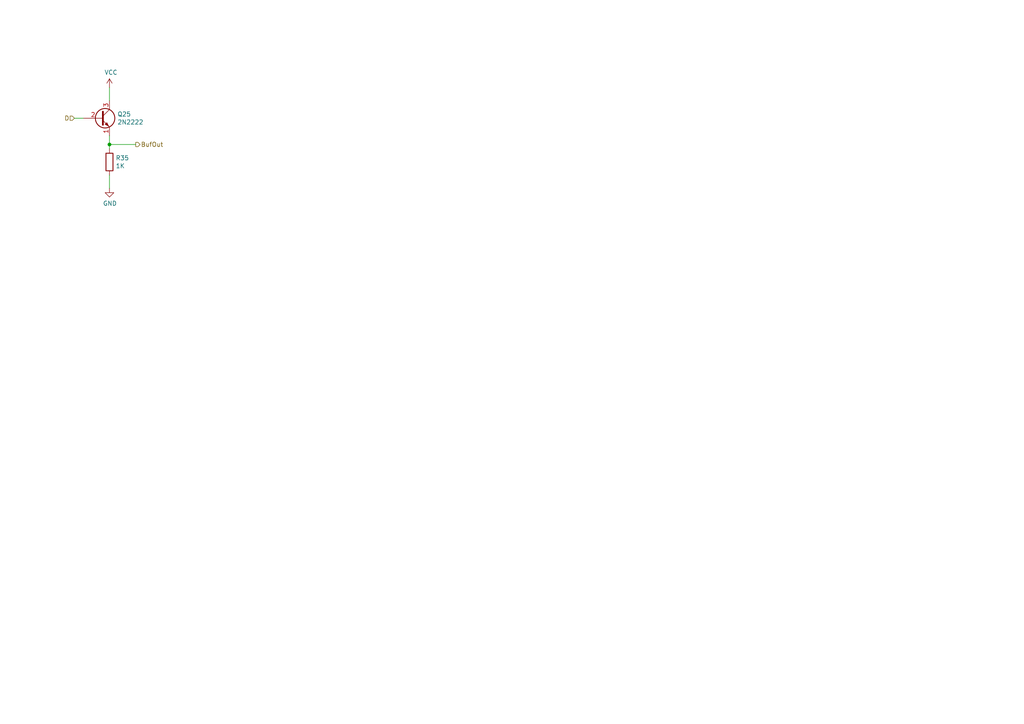
<source format=kicad_sch>
(kicad_sch (version 20230121) (generator eeschema)
  (paper "A4")
  (lib_symbols
    (symbol "2n2222:2N2222" (pin_names (offset 0) hide)
      (property "Reference" "Q" (at 5.08 1.905 0))
      (property "Value" "2N2222" (at 5.08 0 0))
      (symbol "2N2222_0_1"
        (polyline (pts (xy 0.635 0.635) (xy 2.54 2.54)))
        (polyline (pts (xy 0.635 -0.635) (xy 2.54 -2.54) (xy 2.54 -2.54)))
        (polyline (pts (xy 0.635 1.905) (xy 0.635 -1.905) (xy 0.635 -1.905)) (stroke (width 0.508)))
        (polyline (pts (xy 1.27 -1.778) (xy 1.778 -1.27) (xy 2.286 -2.286) (xy 1.27 -1.778) (xy 1.27 -1.778)) (fill (type outline)))
        (circle (center 1.27 0) (radius 2.8194) (stroke (width 0.254)))
      )
      (symbol "2N2222_1_1"
        (pin passive line (at 2.54 -5.08 90) (length 2.54) (name "E") (number "1"))
        (pin passive line (at -5.08 0 0) (length 5.715) (name "B") (number "2"))
        (pin passive line (at 2.54 5.08 270) (length 2.54) (name "C") (number "3"))
      )
    )
    (symbol "Device:R" (pin_numbers hide) (pin_names (offset 0))
      (property "Reference" "R" (at 2.032 0 90))
      (property "Value" "R" (at 0 0 90))
      (symbol "R_0_1"
        (rectangle (start -1.016 -2.54) (end 1.016 2.54) (stroke (width 0.254)))
      )
      (symbol "R_1_1"
        (pin passive line (at 0 3.81 270) (length 1.27) (name "~") (number "1"))
        (pin passive line (at 0 -3.81 90) (length 1.27) (name "~") (number "2"))
      )
    )
    (symbol "power:GND" (power) (pin_names (offset 0))
      (property "Value" "GND" (at 0 -3.81 0))
      (symbol "GND_0_1"
        (polyline (pts (xy 0 0) (xy 0 -1.27) (xy 1.27 -1.27) (xy 0 -2.54) (xy -1.27 -1.27) (xy 0 -1.27)))
      )
      (symbol "GND_1_1"
        (pin power_in line (at 0 0 270) (length 0) hide (name "GND") (number "1"))
      )
    )
    (symbol "power:VCC" (power) (pin_names (offset 0))
      (property "Value" "VCC" (at 0 3.81 0))
      (symbol "VCC_0_1"
        (polyline (pts (xy -0.762 1.27) (xy 0 2.54)))
        (polyline (pts (xy 0 0) (xy 0 2.54)))
        (polyline (pts (xy 0 2.54) (xy 0.762 1.27)))
      )
      (symbol "VCC_1_1"
        (pin power_in line (at 0 0 90) (length 0) hide (name "VCC") (number "1"))
      )
    )
  )
  (junction (at 31.75 41.91))
  (wire (pts (xy 39.37 41.91) (xy 31.75 41.91)))
  (wire (pts (xy 21.59 34.29) (xy 24.13 34.29)))
  (wire (pts (xy 31.75 54.61) (xy 31.75 50.8)))
  (wire (pts (xy 31.75 41.91) (xy 31.75 39.37)))
  (wire (pts (xy 31.75 43.18) (xy 31.75 41.91)))
  (wire (pts (xy 31.75 29.21) (xy 31.75 25.4)))
  (hierarchical_label "BufOut" (shape output) (at 39.37 41.91 0))
  (hierarchical_label "D" (shape input) (at 21.59 34.29 180))
  (symbol (lib_id "Device:R") (at 31.75 46.99 180) (unit 1)
    (property "Reference" "R35" (at 33.528 45.8216 0) (effects (justify right)))
    (property "Value" "1K" (at 33.528 48.133 0) (effects (justify right)))
    (property "Footprint" "Resistor_THT:R_Axial_DIN0309_L9.0mm_D3.2mm_P12.70mm_Horizontal" (effects hide))
  )
  (symbol (lib_id "power:VCC") (at 31.75 25.4 0) (unit 1)
    (property "Reference" "#PWR050" (effects hide))
    (property "Value" "VCC" (at 32.1818 21.0058 0))
  )
  (symbol (lib_id "2n2222:2N2222") (at 29.21 34.29 0) (unit 1)
    (property "Reference" "Q25" (at 34.036 33.1216 0) (effects (justify left)))
    (property "Value" "2N2222" (at 34.036 35.433 0) (effects (justify left)))
    (property "Footprint" "Package_TO_SOT_THT:TO-92_Inline" (effects hide))
    (property "Datasheet" "https://www.fairchildsemi.com/datasheets/2N/2N3904.pdf" (effects hide))
  )
  (symbol (lib_id "power:GND") (at 31.75 54.61 0) (unit 1)
    (property "Reference" "#PWR051" (effects hide))
    (property "Value" "GND" (at 31.877 59.0042 0))
  )
)
</source>
